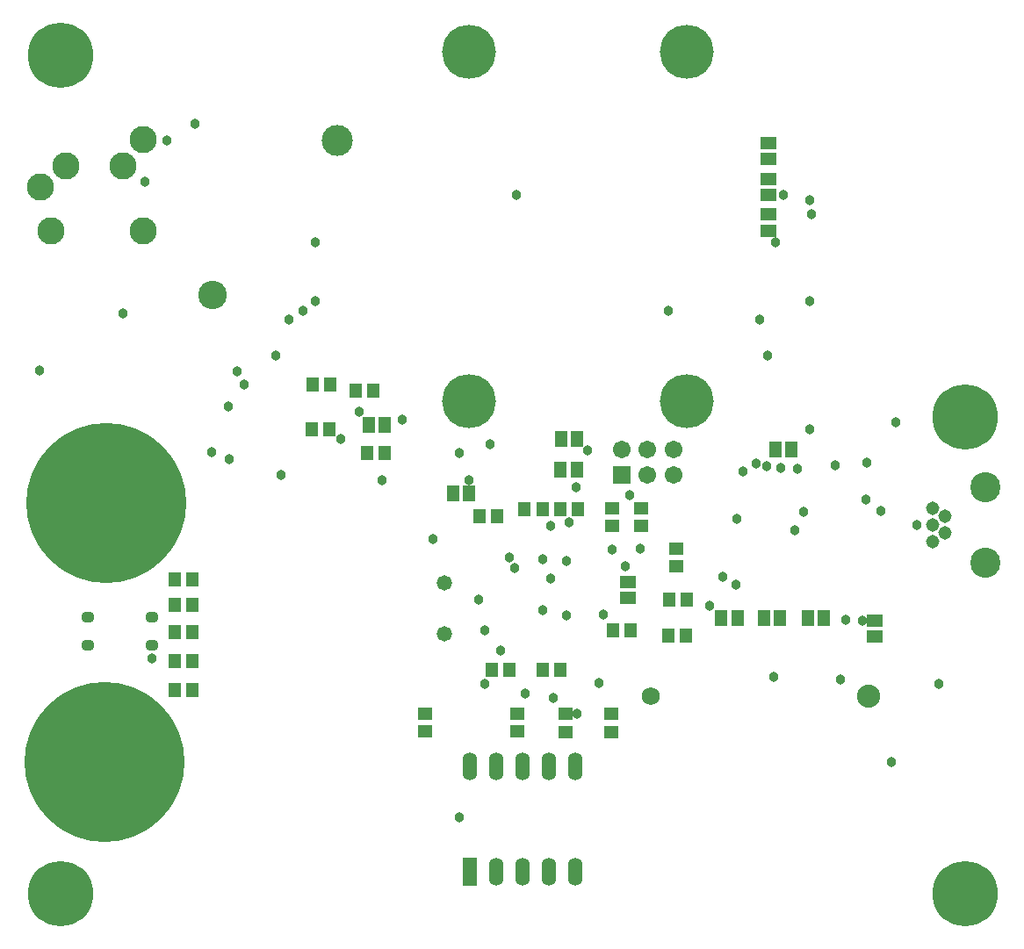
<source format=gbs>
%FSLAX24Y24*%
%MOIN*%
G70*
G01*
G75*
G04 Layer_Color=16711935*
%ADD10R,0.0551X0.1673*%
%ADD11O,0.0551X0.0098*%
%ADD12R,0.0551X0.0098*%
G04:AMPARAMS|DCode=13|XSize=66.9mil|YSize=51.2mil|CornerRadius=12.8mil|HoleSize=0mil|Usage=FLASHONLY|Rotation=90.000|XOffset=0mil|YOffset=0mil|HoleType=Round|Shape=RoundedRectangle|*
%AMROUNDEDRECTD13*
21,1,0.0669,0.0256,0,0,90.0*
21,1,0.0413,0.0512,0,0,90.0*
1,1,0.0256,0.0128,0.0207*
1,1,0.0256,0.0128,-0.0207*
1,1,0.0256,-0.0128,-0.0207*
1,1,0.0256,-0.0128,0.0207*
%
%ADD13ROUNDEDRECTD13*%
%ADD14R,0.0394X0.0492*%
%ADD15R,0.0394X0.0591*%
%ADD16R,0.0276X0.0591*%
%ADD17R,0.0492X0.0394*%
%ADD18R,0.1181X0.3937*%
%ADD19R,0.0335X0.0315*%
%ADD20R,0.0374X0.0236*%
G04:AMPARAMS|DCode=21|XSize=90.6mil|YSize=43.3mil|CornerRadius=10.8mil|HoleSize=0mil|Usage=FLASHONLY|Rotation=270.000|XOffset=0mil|YOffset=0mil|HoleType=Round|Shape=RoundedRectangle|*
%AMROUNDEDRECTD21*
21,1,0.0906,0.0217,0,0,270.0*
21,1,0.0689,0.0433,0,0,270.0*
1,1,0.0217,-0.0108,-0.0344*
1,1,0.0217,-0.0108,0.0344*
1,1,0.0217,0.0108,0.0344*
1,1,0.0217,0.0108,-0.0344*
%
%ADD21ROUNDEDRECTD21*%
%ADD22R,0.0413X0.0551*%
%ADD23R,0.0276X0.0197*%
%ADD24O,0.0512X0.0217*%
%ADD25O,0.0217X0.0512*%
%ADD26R,0.0433X0.0866*%
%ADD27R,0.0315X0.0335*%
%ADD28R,0.0787X0.0354*%
%ADD29R,0.0787X0.1299*%
%ADD30O,0.0177X0.0709*%
%ADD31R,0.0551X0.0413*%
G04:AMPARAMS|DCode=32|XSize=60mil|YSize=20mil|CornerRadius=5mil|HoleSize=0mil|Usage=FLASHONLY|Rotation=270.000|XOffset=0mil|YOffset=0mil|HoleType=Round|Shape=RoundedRectangle|*
%AMROUNDEDRECTD32*
21,1,0.0600,0.0100,0,0,270.0*
21,1,0.0500,0.0200,0,0,270.0*
1,1,0.0100,-0.0050,-0.0250*
1,1,0.0100,-0.0050,0.0250*
1,1,0.0100,0.0050,0.0250*
1,1,0.0100,0.0050,-0.0250*
%
%ADD32ROUNDEDRECTD32*%
%ADD33R,0.0433X0.0217*%
%ADD34R,0.0295X0.0217*%
%ADD35C,0.0140*%
%ADD36C,0.0200*%
%ADD37C,0.0100*%
%ADD38C,0.0250*%
G04:AMPARAMS|DCode=39|XSize=600mil|YSize=600mil|CornerRadius=300mil|HoleSize=0mil|Usage=FLASHONLY|Rotation=0.000|XOffset=0mil|YOffset=0mil|HoleType=Round|Shape=RoundedRectangle|*
%AMROUNDEDRECTD39*
21,1,0.6000,0.0000,0,0,0.0*
21,1,0.0000,0.6000,0,0,0.0*
1,1,0.6000,0.0000,0.0000*
1,1,0.6000,0.0000,0.0000*
1,1,0.6000,0.0000,0.0000*
1,1,0.6000,0.0000,0.0000*
%
%ADD39ROUNDEDRECTD39*%
%ADD40C,0.1969*%
%ADD41C,0.1100*%
%ADD42C,0.1000*%
%ADD43C,0.0950*%
%ADD44C,0.0600*%
%ADD45C,0.0800*%
%ADD46C,0.0591*%
%ADD47R,0.0591X0.0591*%
%ADD48R,0.0472X0.0984*%
%ADD49O,0.0472X0.0984*%
G04:AMPARAMS|DCode=50|XSize=106.3mil|YSize=106.3mil|CornerRadius=53.2mil|HoleSize=0mil|Usage=FLASHONLY|Rotation=180.000|XOffset=0mil|YOffset=0mil|HoleType=Round|Shape=RoundedRectangle|*
%AMROUNDEDRECTD50*
21,1,0.1063,0.0000,0,0,180.0*
21,1,0.0000,0.1063,0,0,180.0*
1,1,0.1063,0.0000,0.0000*
1,1,0.1063,0.0000,0.0000*
1,1,0.1063,0.0000,0.0000*
1,1,0.1063,0.0000,0.0000*
%
%ADD50ROUNDEDRECTD50*%
G04:AMPARAMS|DCode=51|XSize=43.3mil|YSize=43.3mil|CornerRadius=21.7mil|HoleSize=0mil|Usage=FLASHONLY|Rotation=180.000|XOffset=0mil|YOffset=0mil|HoleType=Round|Shape=RoundedRectangle|*
%AMROUNDEDRECTD51*
21,1,0.0433,0.0000,0,0,180.0*
21,1,0.0000,0.0433,0,0,180.0*
1,1,0.0433,0.0000,0.0000*
1,1,0.0433,0.0000,0.0000*
1,1,0.0433,0.0000,0.0000*
1,1,0.0433,0.0000,0.0000*
%
%ADD51ROUNDEDRECTD51*%
%ADD52C,0.0500*%
%ADD53C,0.2400*%
%ADD54C,0.0300*%
G04:AMPARAMS|DCode=55|XSize=37.8mil|YSize=30.7mil|CornerRadius=7.7mil|HoleSize=0mil|Usage=FLASHONLY|Rotation=0.000|XOffset=0mil|YOffset=0mil|HoleType=Round|Shape=RoundedRectangle|*
%AMROUNDEDRECTD55*
21,1,0.0378,0.0154,0,0,0.0*
21,1,0.0224,0.0307,0,0,0.0*
1,1,0.0154,0.0112,-0.0077*
1,1,0.0154,-0.0112,-0.0077*
1,1,0.0154,-0.0112,0.0077*
1,1,0.0154,0.0112,0.0077*
%
%ADD55ROUNDEDRECTD55*%
%ADD56C,0.0098*%
%ADD57C,0.0039*%
%ADD58C,0.0236*%
%ADD59C,0.0079*%
%ADD60C,0.0050*%
%ADD61R,0.0631X0.1753*%
%ADD62O,0.0631X0.0178*%
%ADD63R,0.0631X0.0178*%
G04:AMPARAMS|DCode=64|XSize=74.9mil|YSize=59.2mil|CornerRadius=16.8mil|HoleSize=0mil|Usage=FLASHONLY|Rotation=90.000|XOffset=0mil|YOffset=0mil|HoleType=Round|Shape=RoundedRectangle|*
%AMROUNDEDRECTD64*
21,1,0.0749,0.0256,0,0,90.0*
21,1,0.0413,0.0592,0,0,90.0*
1,1,0.0336,0.0128,0.0207*
1,1,0.0336,0.0128,-0.0207*
1,1,0.0336,-0.0128,-0.0207*
1,1,0.0336,-0.0128,0.0207*
%
%ADD64ROUNDEDRECTD64*%
%ADD65R,0.0474X0.0572*%
%ADD66R,0.0474X0.0671*%
%ADD67R,0.0356X0.0671*%
%ADD68R,0.0572X0.0474*%
%ADD69R,0.1261X0.4017*%
%ADD70R,0.0415X0.0395*%
%ADD71R,0.0454X0.0316*%
G04:AMPARAMS|DCode=72|XSize=98.6mil|YSize=51.3mil|CornerRadius=14.8mil|HoleSize=0mil|Usage=FLASHONLY|Rotation=270.000|XOffset=0mil|YOffset=0mil|HoleType=Round|Shape=RoundedRectangle|*
%AMROUNDEDRECTD72*
21,1,0.0986,0.0217,0,0,270.0*
21,1,0.0689,0.0513,0,0,270.0*
1,1,0.0297,-0.0108,-0.0344*
1,1,0.0297,-0.0108,0.0344*
1,1,0.0297,0.0108,0.0344*
1,1,0.0297,0.0108,-0.0344*
%
%ADD72ROUNDEDRECTD72*%
%ADD73R,0.0493X0.0631*%
%ADD74R,0.0356X0.0277*%
%ADD75O,0.0592X0.0297*%
%ADD76O,0.0297X0.0592*%
%ADD77R,0.0513X0.0946*%
%ADD78R,0.0395X0.0415*%
%ADD79R,0.0867X0.0434*%
%ADD80R,0.0867X0.1379*%
%ADD81O,0.0257X0.0789*%
%ADD82R,0.0631X0.0493*%
G04:AMPARAMS|DCode=83|XSize=68mil|YSize=28mil|CornerRadius=9mil|HoleSize=0mil|Usage=FLASHONLY|Rotation=270.000|XOffset=0mil|YOffset=0mil|HoleType=Round|Shape=RoundedRectangle|*
%AMROUNDEDRECTD83*
21,1,0.0680,0.0100,0,0,270.0*
21,1,0.0500,0.0280,0,0,270.0*
1,1,0.0180,-0.0050,-0.0250*
1,1,0.0180,-0.0050,0.0250*
1,1,0.0180,0.0050,0.0250*
1,1,0.0180,0.0050,-0.0250*
%
%ADD83ROUNDEDRECTD83*%
%ADD84R,0.0513X0.0297*%
%ADD85R,0.0375X0.0297*%
G04:AMPARAMS|DCode=86|XSize=608mil|YSize=608mil|CornerRadius=304mil|HoleSize=0mil|Usage=FLASHONLY|Rotation=0.000|XOffset=0mil|YOffset=0mil|HoleType=Round|Shape=RoundedRectangle|*
%AMROUNDEDRECTD86*
21,1,0.6080,0.0000,0,0,0.0*
21,1,0.0000,0.6080,0,0,0.0*
1,1,0.6080,0.0000,0.0000*
1,1,0.6080,0.0000,0.0000*
1,1,0.6080,0.0000,0.0000*
1,1,0.6080,0.0000,0.0000*
%
%ADD86ROUNDEDRECTD86*%
%ADD87C,0.2049*%
%ADD88C,0.1180*%
%ADD89C,0.1080*%
%ADD90C,0.1030*%
%ADD91C,0.0680*%
%ADD92C,0.0880*%
%ADD93C,0.0671*%
%ADD94R,0.0671X0.0671*%
%ADD95R,0.0552X0.1064*%
%ADD96O,0.0552X0.1064*%
G04:AMPARAMS|DCode=97|XSize=114.3mil|YSize=114.3mil|CornerRadius=57.2mil|HoleSize=0mil|Usage=FLASHONLY|Rotation=180.000|XOffset=0mil|YOffset=0mil|HoleType=Round|Shape=RoundedRectangle|*
%AMROUNDEDRECTD97*
21,1,0.1143,0.0000,0,0,180.0*
21,1,0.0000,0.1143,0,0,180.0*
1,1,0.1143,0.0000,0.0000*
1,1,0.1143,0.0000,0.0000*
1,1,0.1143,0.0000,0.0000*
1,1,0.1143,0.0000,0.0000*
%
%ADD97ROUNDEDRECTD97*%
G04:AMPARAMS|DCode=98|XSize=51.3mil|YSize=51.3mil|CornerRadius=25.7mil|HoleSize=0mil|Usage=FLASHONLY|Rotation=180.000|XOffset=0mil|YOffset=0mil|HoleType=Round|Shape=RoundedRectangle|*
%AMROUNDEDRECTD98*
21,1,0.0513,0.0000,0,0,180.0*
21,1,0.0000,0.0513,0,0,180.0*
1,1,0.0513,0.0000,0.0000*
1,1,0.0513,0.0000,0.0000*
1,1,0.0513,0.0000,0.0000*
1,1,0.0513,0.0000,0.0000*
%
%ADD98ROUNDEDRECTD98*%
%ADD99C,0.0580*%
%ADD100C,0.2480*%
%ADD101C,0.0380*%
G04:AMPARAMS|DCode=102|XSize=45.8mil|YSize=38.7mil|CornerRadius=11.7mil|HoleSize=0mil|Usage=FLASHONLY|Rotation=0.000|XOffset=0mil|YOffset=0mil|HoleType=Round|Shape=RoundedRectangle|*
%AMROUNDEDRECTD102*
21,1,0.0458,0.0154,0,0,0.0*
21,1,0.0224,0.0387,0,0,0.0*
1,1,0.0234,0.0112,-0.0077*
1,1,0.0234,-0.0112,-0.0077*
1,1,0.0234,-0.0112,0.0077*
1,1,0.0234,0.0112,0.0077*
%
%ADD102ROUNDEDRECTD102*%
D65*
X26131Y18860D02*
D03*
X26800D02*
D03*
X26131Y23050D02*
D03*
X26800D02*
D03*
X26131Y19940D02*
D03*
X26800D02*
D03*
X26131Y21050D02*
D03*
X26800D02*
D03*
Y22090D02*
D03*
X26131D02*
D03*
X41459Y25710D02*
D03*
X40790D02*
D03*
X40099D02*
D03*
X39430D02*
D03*
X34130Y27860D02*
D03*
X33461D02*
D03*
X33680Y30230D02*
D03*
X33011D02*
D03*
X32015Y28750D02*
D03*
X31346D02*
D03*
X31366Y30460D02*
D03*
X32035D02*
D03*
X37714Y25470D02*
D03*
X38383D02*
D03*
X45580Y22280D02*
D03*
X44911D02*
D03*
X40101Y19620D02*
D03*
X40770D02*
D03*
X38850D02*
D03*
X38181D02*
D03*
X44891Y20910D02*
D03*
X45560D02*
D03*
X43450Y21130D02*
D03*
X42781D02*
D03*
D68*
X42720Y17940D02*
D03*
Y17271D02*
D03*
X40970Y17940D02*
D03*
Y17271D02*
D03*
X39160Y17960D02*
D03*
Y17291D02*
D03*
X42740Y25759D02*
D03*
Y25090D02*
D03*
X43840Y25759D02*
D03*
Y25090D02*
D03*
X45180Y24229D02*
D03*
Y23560D02*
D03*
X35650Y17970D02*
D03*
Y17301D02*
D03*
D73*
X49560Y28000D02*
D03*
X48950D02*
D03*
X46895Y21604D02*
D03*
X47505D02*
D03*
X34110Y28930D02*
D03*
X33500D02*
D03*
X36715Y26330D02*
D03*
X37325D02*
D03*
X41409Y28380D02*
D03*
X40799D02*
D03*
X40795Y27230D02*
D03*
X41405D02*
D03*
X50165Y21604D02*
D03*
X50775D02*
D03*
X49120Y21590D02*
D03*
X48510D02*
D03*
D82*
X52720Y20880D02*
D03*
Y21490D02*
D03*
X43360Y22960D02*
D03*
Y22350D02*
D03*
X48665Y36910D02*
D03*
Y36300D02*
D03*
Y38272D02*
D03*
Y37661D02*
D03*
Y39633D02*
D03*
Y39023D02*
D03*
D86*
X23480Y16110D02*
D03*
X23550Y25940D02*
D03*
D87*
X37317Y43104D02*
D03*
X45585D02*
D03*
X37317Y29836D02*
D03*
X45585D02*
D03*
D88*
X32310Y39730D02*
D03*
D89*
X27586Y33844D02*
D03*
D90*
X21060Y37970D02*
D03*
X22005Y38757D02*
D03*
X24170D02*
D03*
X21454Y36277D02*
D03*
X24958D02*
D03*
Y39742D02*
D03*
D91*
X44198Y18623D02*
D03*
D92*
X52466D02*
D03*
D93*
X45080Y28004D02*
D03*
Y27020D02*
D03*
X44096Y28004D02*
D03*
Y27020D02*
D03*
X43112Y28004D02*
D03*
D94*
Y27020D02*
D03*
D95*
X37340Y11960D02*
D03*
D96*
X38340D02*
D03*
X39340D02*
D03*
X40340D02*
D03*
X41340D02*
D03*
X37340Y15960D02*
D03*
X38340D02*
D03*
X39340D02*
D03*
X40340D02*
D03*
X41340D02*
D03*
D97*
X56900Y26570D02*
D03*
Y23696D02*
D03*
D98*
X55384Y25448D02*
D03*
X54912Y25133D02*
D03*
X55384Y24818D02*
D03*
X54912Y25763D02*
D03*
Y24503D02*
D03*
D99*
X36380Y22920D02*
D03*
Y20999D02*
D03*
D100*
X21810Y42971D02*
D03*
Y11121D02*
D03*
X56160D02*
D03*
Y29221D02*
D03*
D101*
X47431Y22840D02*
D03*
X36950Y27860D02*
D03*
X52240Y21490D02*
D03*
X28500Y30970D02*
D03*
X38130Y28204D02*
D03*
X39110Y37661D02*
D03*
X41830Y27960D02*
D03*
X48880Y19350D02*
D03*
X37325Y26834D02*
D03*
X42760Y24200D02*
D03*
X37910Y19090D02*
D03*
X43420Y26240D02*
D03*
X43810Y24229D02*
D03*
X51423Y19250D02*
D03*
X31483Y33630D02*
D03*
X50240D02*
D03*
X30483Y32920D02*
D03*
X48360D02*
D03*
X29980Y31560D02*
D03*
X48650D02*
D03*
X40520Y18560D02*
D03*
X41400Y17940D02*
D03*
X38520Y20360D02*
D03*
X46463Y22050D02*
D03*
X52950Y25650D02*
D03*
X51230Y27380D02*
D03*
X27550Y27880D02*
D03*
X41030Y23750D02*
D03*
X50330Y36910D02*
D03*
X40422Y25080D02*
D03*
X42410Y21730D02*
D03*
X55144Y19100D02*
D03*
X33150Y29420D02*
D03*
X28190Y29610D02*
D03*
X28790Y30440D02*
D03*
X31010Y33270D02*
D03*
X44873D02*
D03*
X28210Y27610D02*
D03*
X32440Y28380D02*
D03*
X50240Y28740D02*
D03*
X51600Y21530D02*
D03*
X49240Y37661D02*
D03*
X24180Y33140D02*
D03*
X42240Y19112D02*
D03*
X47487Y25360D02*
D03*
X40130Y21890D02*
D03*
X41030Y21680D02*
D03*
X41390Y26570D02*
D03*
X53340Y16132D02*
D03*
X39060Y23490D02*
D03*
X41110Y25230D02*
D03*
X34010Y26834D02*
D03*
X52430Y27490D02*
D03*
X36940Y14010D02*
D03*
X46940Y23170D02*
D03*
X34790Y29130D02*
D03*
X40420Y23100D02*
D03*
X49680Y24920D02*
D03*
X43260Y23560D02*
D03*
X52370Y26080D02*
D03*
X38850Y23890D02*
D03*
X25270Y20050D02*
D03*
X35960Y24580D02*
D03*
X40110Y23810D02*
D03*
X50000Y25610D02*
D03*
X49790Y27270D02*
D03*
X30172Y27030D02*
D03*
X21000Y31000D02*
D03*
X50250Y37460D02*
D03*
X53510Y29020D02*
D03*
X37910Y21120D02*
D03*
X37690Y22300D02*
D03*
X39460Y18730D02*
D03*
X25020Y38160D02*
D03*
X25840Y39720D02*
D03*
X26910Y40360D02*
D03*
X54300Y25133D02*
D03*
X49140Y27300D02*
D03*
X47700Y27150D02*
D03*
X48230Y27450D02*
D03*
X48600Y27370D02*
D03*
X48950Y35870D02*
D03*
X31483D02*
D03*
D102*
X25270Y20550D02*
D03*
Y21613D02*
D03*
X22857D02*
D03*
Y20550D02*
D03*
M02*

</source>
